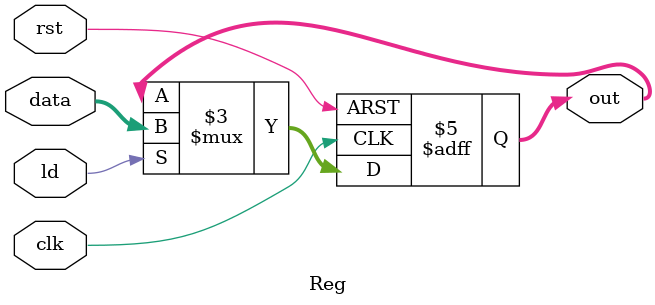
<source format=v>
module Reg(clk, rst, ld, data, out);
input clk, rst, ld;
input[1:0] data;
output reg[1:0] out;

always @(posedge clk, posedge rst) begin
    if(rst) out = 2'b0;
    else if(ld) out = data;
end
endmodule
</source>
